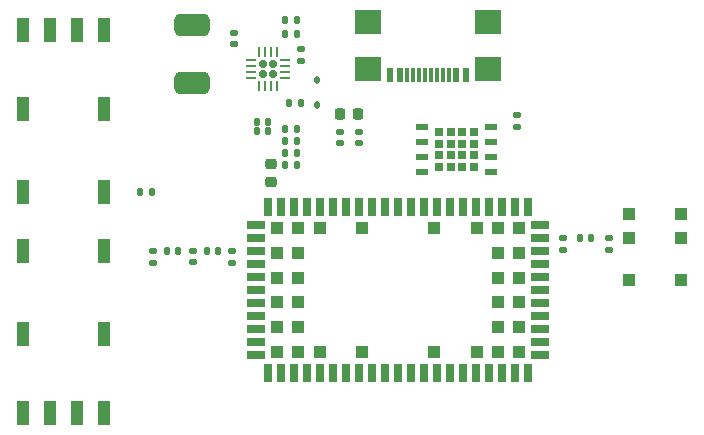
<source format=gtp>
%TF.GenerationSoftware,KiCad,Pcbnew,(7.0.0)*%
%TF.CreationDate,2023-03-08T15:34:42+02:00*%
%TF.ProjectId,SARA-R4_DevBoard,53415241-2d52-4345-9f44-6576426f6172,rev?*%
%TF.SameCoordinates,Original*%
%TF.FileFunction,Paste,Top*%
%TF.FilePolarity,Positive*%
%FSLAX46Y46*%
G04 Gerber Fmt 4.6, Leading zero omitted, Abs format (unit mm)*
G04 Created by KiCad (PCBNEW (7.0.0)) date 2023-03-08 15:34:42*
%MOMM*%
%LPD*%
G01*
G04 APERTURE LIST*
G04 Aperture macros list*
%AMRoundRect*
0 Rectangle with rounded corners*
0 $1 Rounding radius*
0 $2 $3 $4 $5 $6 $7 $8 $9 X,Y pos of 4 corners*
0 Add a 4 corners polygon primitive as box body*
4,1,4,$2,$3,$4,$5,$6,$7,$8,$9,$2,$3,0*
0 Add four circle primitives for the rounded corners*
1,1,$1+$1,$2,$3*
1,1,$1+$1,$4,$5*
1,1,$1+$1,$6,$7*
1,1,$1+$1,$8,$9*
0 Add four rect primitives between the rounded corners*
20,1,$1+$1,$2,$3,$4,$5,0*
20,1,$1+$1,$4,$5,$6,$7,0*
20,1,$1+$1,$6,$7,$8,$9,0*
20,1,$1+$1,$8,$9,$2,$3,0*%
G04 Aperture macros list end*
%ADD10RoundRect,0.140000X-0.170000X0.140000X-0.170000X-0.140000X0.170000X-0.140000X0.170000X0.140000X0*%
%ADD11R,1.000000X1.000000*%
%ADD12RoundRect,0.147500X0.147500X0.172500X-0.147500X0.172500X-0.147500X-0.172500X0.147500X-0.172500X0*%
%ADD13RoundRect,0.135000X0.185000X-0.135000X0.185000X0.135000X-0.185000X0.135000X-0.185000X-0.135000X0*%
%ADD14RoundRect,0.140000X-0.140000X-0.170000X0.140000X-0.170000X0.140000X0.170000X-0.140000X0.170000X0*%
%ADD15R,0.800000X0.800000*%
%ADD16R,1.100000X0.500000*%
%ADD17R,1.000000X2.000000*%
%ADD18RoundRect,0.468750X1.031250X-0.468750X1.031250X0.468750X-1.031250X0.468750X-1.031250X-0.468750X0*%
%ADD19RoundRect,0.140000X0.140000X0.170000X-0.140000X0.170000X-0.140000X-0.170000X0.140000X-0.170000X0*%
%ADD20RoundRect,0.218750X-0.256250X0.218750X-0.256250X-0.218750X0.256250X-0.218750X0.256250X0.218750X0*%
%ADD21RoundRect,0.147500X0.172500X-0.147500X0.172500X0.147500X-0.172500X0.147500X-0.172500X-0.147500X0*%
%ADD22RoundRect,0.140000X0.170000X-0.140000X0.170000X0.140000X-0.170000X0.140000X-0.170000X-0.140000X0*%
%ADD23RoundRect,0.135000X-0.135000X-0.185000X0.135000X-0.185000X0.135000X0.185000X-0.135000X0.185000X0*%
%ADD24RoundRect,0.112500X-0.112500X0.187500X-0.112500X-0.187500X0.112500X-0.187500X0.112500X0.187500X0*%
%ADD25R,0.600000X1.150000*%
%ADD26R,0.300000X1.150000*%
%ADD27R,2.180000X2.000000*%
%ADD28RoundRect,0.160000X-0.160000X0.160000X-0.160000X-0.160000X0.160000X-0.160000X0.160000X0.160000X0*%
%ADD29RoundRect,0.062500X-0.062500X0.375000X-0.062500X-0.375000X0.062500X-0.375000X0.062500X0.375000X0*%
%ADD30RoundRect,0.062500X-0.375000X0.062500X-0.375000X-0.062500X0.375000X-0.062500X0.375000X0.062500X0*%
%ADD31R,0.750000X1.550000*%
%ADD32R,1.550000X0.750000*%
%ADD33R,1.050000X1.050000*%
%ADD34RoundRect,0.218750X-0.218750X-0.256250X0.218750X-0.256250X0.218750X0.256250X-0.218750X0.256250X0*%
G04 APERTURE END LIST*
D10*
X141000000Y-102520000D03*
X141000000Y-103480000D03*
D11*
X174639999Y-99379999D03*
X174639999Y-101379999D03*
X174639999Y-104979999D03*
X179039999Y-104979999D03*
X179039999Y-101379999D03*
X179039999Y-99379999D03*
D12*
X139835000Y-102500000D03*
X138865000Y-102500000D03*
D13*
X146800000Y-86410000D03*
X146800000Y-85390000D03*
D14*
X145520000Y-93200000D03*
X146480000Y-93200000D03*
D15*
X158499999Y-92399999D03*
X158499999Y-93399999D03*
X158499999Y-94399999D03*
X158499999Y-95399999D03*
X159499999Y-92399999D03*
X159499999Y-93399999D03*
X159499999Y-94399999D03*
X159499999Y-95399999D03*
X160499999Y-92399999D03*
X160499999Y-93399999D03*
X160499999Y-94399999D03*
X160499999Y-95399999D03*
X161499999Y-92399999D03*
X161499999Y-93399999D03*
X161499999Y-94399999D03*
X161499999Y-95399999D03*
D16*
X157099999Y-91994999D03*
X157099999Y-93264999D03*
X157099999Y-94534999D03*
X157099999Y-95804999D03*
X162899999Y-95804999D03*
X162899999Y-94534999D03*
X162899999Y-93264999D03*
X162899999Y-91994999D03*
D17*
X130174999Y-116199999D03*
X130174999Y-109499999D03*
X130174999Y-102499999D03*
X130174999Y-97499999D03*
X130174999Y-90499999D03*
X130174999Y-83799999D03*
X127874999Y-83799999D03*
X125574999Y-83799999D03*
X123274999Y-83799999D03*
X123274999Y-90499999D03*
X123274999Y-97499999D03*
X123274999Y-102499999D03*
X123274999Y-109499999D03*
X123274999Y-116199999D03*
X125574999Y-116199999D03*
X127874999Y-116199999D03*
D14*
X145520000Y-95200000D03*
X146480000Y-95200000D03*
D10*
X150110000Y-92383750D03*
X150110000Y-93343750D03*
D18*
X137587500Y-83350000D03*
X137587500Y-88250000D03*
D12*
X134185000Y-97500000D03*
X133215000Y-97500000D03*
D19*
X144080000Y-92300000D03*
X143120000Y-92300000D03*
D14*
X170450000Y-101390000D03*
X171410000Y-101390000D03*
X145520000Y-92200000D03*
X146480000Y-92200000D03*
D20*
X144300000Y-95112500D03*
X144300000Y-96687500D03*
D21*
X134300000Y-103485000D03*
X134300000Y-102515000D03*
X169000000Y-102375000D03*
X169000000Y-101405000D03*
D22*
X165100000Y-91980000D03*
X165100000Y-91020000D03*
D23*
X145490000Y-84100000D03*
X146510000Y-84100000D03*
D21*
X172900000Y-102375000D03*
X172900000Y-101405000D03*
D10*
X137660000Y-102490000D03*
X137660000Y-103450000D03*
D24*
X148200000Y-88050000D03*
X148200000Y-90150000D03*
D23*
X145490000Y-82900000D03*
X146510000Y-82900000D03*
D19*
X136430000Y-102500000D03*
X135470000Y-102500000D03*
D23*
X145790000Y-90000000D03*
X146810000Y-90000000D03*
D10*
X141200000Y-84020000D03*
X141200000Y-84980000D03*
D25*
X160799999Y-87637499D03*
X159999999Y-87637499D03*
D26*
X158849999Y-87637499D03*
X157849999Y-87637499D03*
X157349999Y-87637499D03*
X156349999Y-87637499D03*
D25*
X154399999Y-87637499D03*
X155199999Y-87637499D03*
D26*
X155849999Y-87637499D03*
X156849999Y-87637499D03*
X158349999Y-87637499D03*
X159349999Y-87637499D03*
D27*
X162709999Y-87062499D03*
X152489999Y-87062499D03*
X162709999Y-83132499D03*
X152489999Y-83132499D03*
D19*
X144080000Y-91560000D03*
X143120000Y-91560000D03*
D28*
X144462500Y-86693750D03*
X143662500Y-86693750D03*
X144462500Y-87493750D03*
X143662500Y-87493750D03*
D29*
X144812500Y-85656250D03*
X144312500Y-85656250D03*
X143812500Y-85656250D03*
X143312500Y-85656250D03*
D30*
X142625000Y-86343750D03*
X142625000Y-86843750D03*
X142625000Y-87343750D03*
X142625000Y-87843750D03*
D29*
X143312500Y-88531250D03*
X143812500Y-88531250D03*
X144312500Y-88531250D03*
X144812500Y-88531250D03*
D30*
X145500000Y-87843750D03*
X145500000Y-87343750D03*
X145500000Y-86843750D03*
X145500000Y-86343750D03*
D31*
X144059999Y-112799999D03*
X145159999Y-112799999D03*
X146259999Y-112799999D03*
X147359999Y-112799999D03*
X148459999Y-112799999D03*
X149559999Y-112799999D03*
X150659999Y-112799999D03*
X151759999Y-112799999D03*
X152859999Y-112799999D03*
X153959999Y-112799999D03*
X155059999Y-112799999D03*
X156159999Y-112799999D03*
X157259999Y-112799999D03*
X158359999Y-112799999D03*
X159459999Y-112799999D03*
X160559999Y-112799999D03*
X161659999Y-112799999D03*
X162759999Y-112799999D03*
X163859999Y-112799999D03*
X164959999Y-112799999D03*
X166059999Y-112799999D03*
D32*
X143059999Y-111299999D03*
X167059999Y-111299999D03*
D33*
X144809999Y-111049999D03*
X146609999Y-111049999D03*
X148409999Y-111049999D03*
X152009999Y-111049999D03*
X158109999Y-111049999D03*
X161709999Y-111049999D03*
X163509999Y-111049999D03*
X165309999Y-111049999D03*
D32*
X143059999Y-110199999D03*
X167059999Y-110199999D03*
X143059999Y-109099999D03*
X167059999Y-109099999D03*
D33*
X144809999Y-108949999D03*
X146609999Y-108949999D03*
X163509999Y-108949999D03*
X165309999Y-108949999D03*
D32*
X143059999Y-107999999D03*
X167059999Y-107999999D03*
X143059999Y-106899999D03*
X167059999Y-106899999D03*
D33*
X144809999Y-106849999D03*
X146609999Y-106849999D03*
X163509999Y-106849999D03*
X165309999Y-106849999D03*
D32*
X143059999Y-105799999D03*
X167059999Y-105799999D03*
D33*
X144809999Y-104749999D03*
X146609999Y-104749999D03*
X163509999Y-104749999D03*
X165309999Y-104749999D03*
D32*
X143059999Y-104699999D03*
X167059999Y-104699999D03*
X143059999Y-103599999D03*
X167059999Y-103599999D03*
D33*
X144809999Y-102649999D03*
X146609999Y-102649999D03*
X163509999Y-102649999D03*
X165309999Y-102649999D03*
D32*
X143059999Y-102499999D03*
X167059999Y-102499999D03*
X143059999Y-101399999D03*
X167059999Y-101399999D03*
D33*
X144809999Y-100549999D03*
X146609999Y-100549999D03*
X148409999Y-100549999D03*
X152009999Y-100549999D03*
X158109999Y-100549999D03*
X161709999Y-100549999D03*
X163509999Y-100549999D03*
X165309999Y-100549999D03*
D32*
X143059999Y-100299999D03*
X167059999Y-100299999D03*
D31*
X144059999Y-98799999D03*
X145159999Y-98799999D03*
X146259999Y-98799999D03*
X147359999Y-98799999D03*
X148459999Y-98799999D03*
X149559999Y-98799999D03*
X150659999Y-98799999D03*
X151759999Y-98799999D03*
X152859999Y-98799999D03*
X153959999Y-98799999D03*
X155059999Y-98799999D03*
X156159999Y-98799999D03*
X157259999Y-98799999D03*
X158359999Y-98799999D03*
X159459999Y-98799999D03*
X160559999Y-98799999D03*
X161659999Y-98799999D03*
X162759999Y-98799999D03*
X163859999Y-98799999D03*
X164959999Y-98799999D03*
X166059999Y-98799999D03*
D10*
X151710000Y-92383750D03*
X151710000Y-93343750D03*
D34*
X150122500Y-90863750D03*
X151697500Y-90863750D03*
D14*
X145520000Y-94200000D03*
X146480000Y-94200000D03*
M02*

</source>
